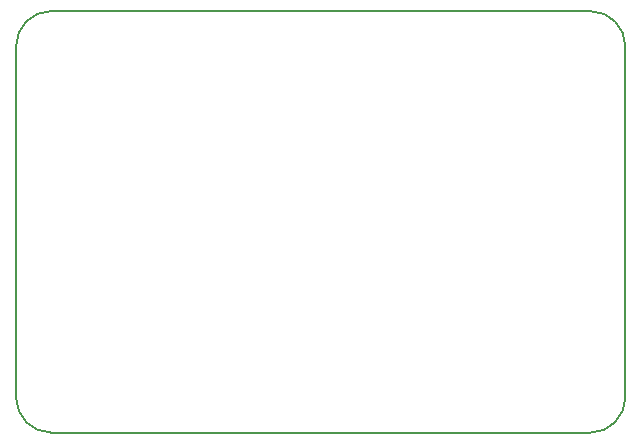
<source format=gko>
G04 DesignSpark PCB Gerber Version 12.0 Build 5942*
%FSLAX35Y35*%
%MOMM*%
%ADD12C,0.12700*%
X0Y0D02*
D02*
D12*
X43140230Y44235000D02*
Y47205000D01*
G75*
G02*
X43440230Y47505000I300000J0D01*
G01*
X47999770D01*
G75*
G02*
X48299770Y47205000I0J-300000D01*
G01*
Y44235000D01*
G75*
G02*
X47999770Y43935000I-300000J0D01*
G01*
X43440230D01*
G75*
G02*
X43140230Y44235000I0J300000D01*
G01*
X0Y0D02*
M02*

</source>
